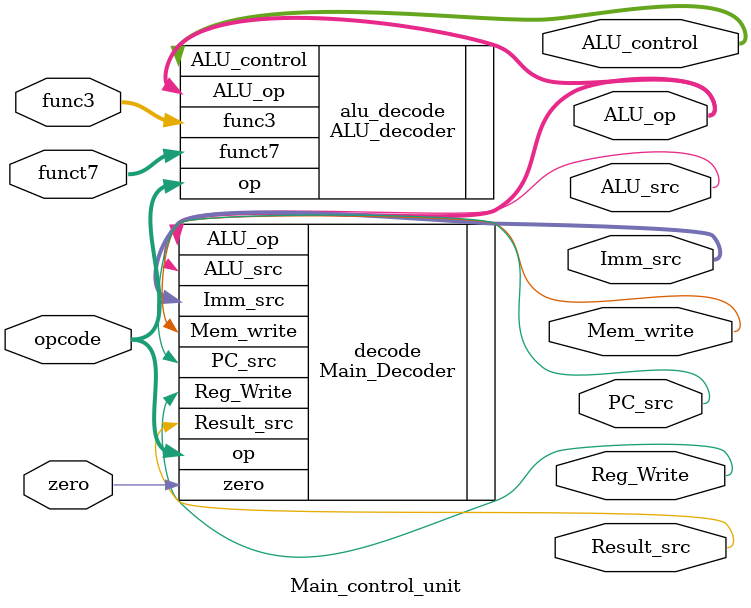
<source format=v>
`timescale 1ns / 1ps


module Main_control_unit(
input [6:0]opcode,
input zero,
input [6:0]funct7,
input [2:0]func3,
output PC_src,
output Result_src,
output Mem_write,
output ALU_src,
output Reg_Write,
output [1:0]Imm_src,
output [2:0]ALU_control,
output wire [1:0]ALU_op
);
Main_Decoder decode(.op(opcode),.zero(zero),.PC_src(PC_src),
                    .Result_src(Result_src),.Mem_write(Mem_write),.ALU_src(ALU_src),
                    .Imm_src(Imm_src),.Reg_Write(Reg_Write),.ALU_op(ALU_op));
ALU_decoder alu_decode(.ALU_op(ALU_op),.func3(func3),.op(opcode),
                       .funct7(funct7),.ALU_control(ALU_control));
endmodule

</source>
